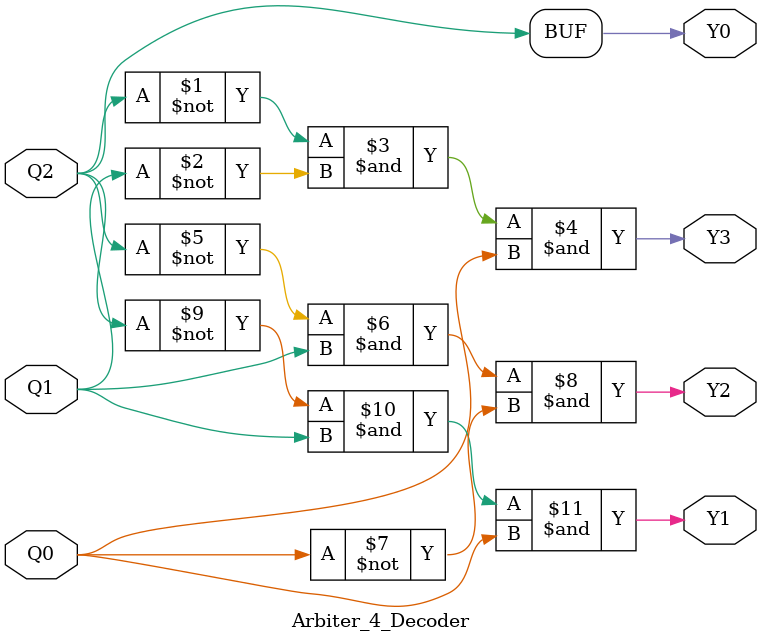
<source format=v>

module Arbiter_4_Decoder(
    input wire Q2,
    input wire Q1,
    input wire Q0,
    output wire Y3,
    output wire Y2,
    output wire Y1,
    output wire Y0
    );
    
    assign Y3 = (~Q2) & (~Q1) & (Q0);
    assign Y2 = (~Q2) & (Q1) & (~Q0);
    assign Y1 = (~Q2) & (Q1) & (Q0);
    assign Y0 = Q2;
    
endmodule

</source>
